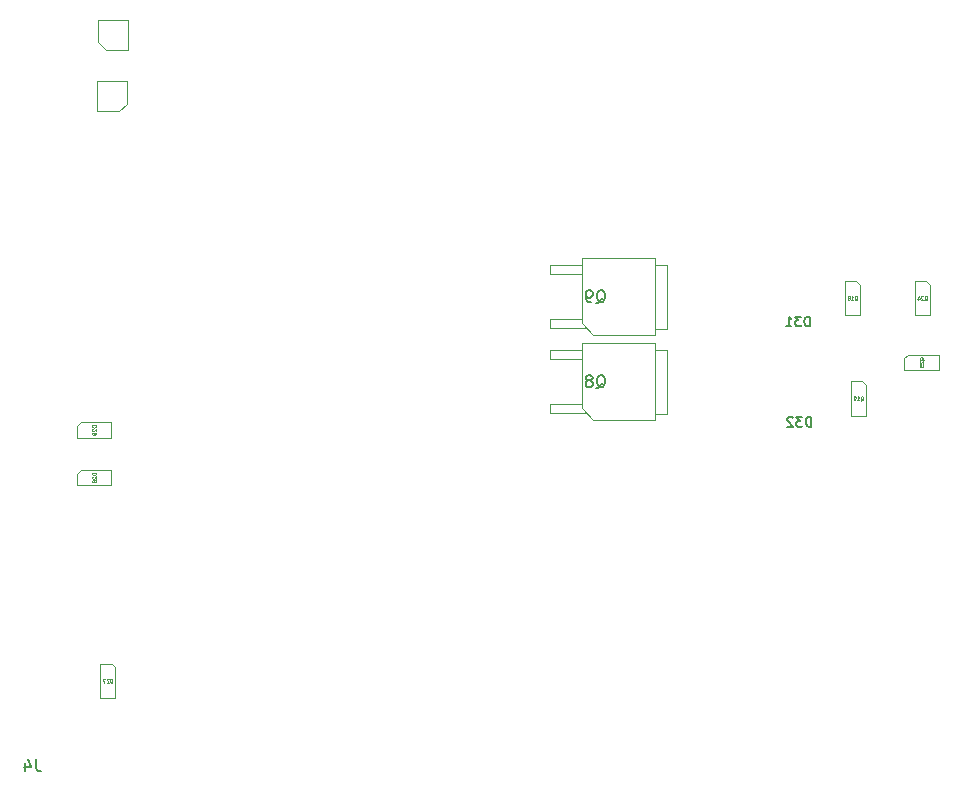
<source format=gbr>
G04 #@! TF.GenerationSoftware,KiCad,Pcbnew,7.0.1*
G04 #@! TF.CreationDate,2023-06-10T23:58:51+03:00*
G04 #@! TF.ProjectId,alphax_2ch,616c7068-6178-45f3-9263-682e6b696361,F*
G04 #@! TF.SameCoordinates,PX141f5e0PYa2cace0*
G04 #@! TF.FileFunction,AssemblyDrawing,Bot*
%FSLAX46Y46*%
G04 Gerber Fmt 4.6, Leading zero omitted, Abs format (unit mm)*
G04 Created by KiCad (PCBNEW 7.0.1) date 2023-06-10 23:58:51*
%MOMM*%
%LPD*%
G01*
G04 APERTURE LIST*
%ADD10C,0.170000*%
%ADD11C,0.050000*%
%ADD12C,0.150000*%
%ADD13C,0.100000*%
G04 APERTURE END LIST*
D10*
G04 #@! TO.C,D32*
X68195713Y57020652D02*
X68195713Y57840652D01*
X68195713Y57840652D02*
X68000475Y57840652D01*
X68000475Y57840652D02*
X67883332Y57801604D01*
X67883332Y57801604D02*
X67805237Y57723509D01*
X67805237Y57723509D02*
X67766190Y57645414D01*
X67766190Y57645414D02*
X67727142Y57489223D01*
X67727142Y57489223D02*
X67727142Y57372080D01*
X67727142Y57372080D02*
X67766190Y57215890D01*
X67766190Y57215890D02*
X67805237Y57137795D01*
X67805237Y57137795D02*
X67883332Y57059699D01*
X67883332Y57059699D02*
X68000475Y57020652D01*
X68000475Y57020652D02*
X68195713Y57020652D01*
X67453809Y57840652D02*
X66946190Y57840652D01*
X66946190Y57840652D02*
X67219523Y57528271D01*
X67219523Y57528271D02*
X67102380Y57528271D01*
X67102380Y57528271D02*
X67024285Y57489223D01*
X67024285Y57489223D02*
X66985237Y57450176D01*
X66985237Y57450176D02*
X66946190Y57372080D01*
X66946190Y57372080D02*
X66946190Y57176842D01*
X66946190Y57176842D02*
X66985237Y57098747D01*
X66985237Y57098747D02*
X67024285Y57059699D01*
X67024285Y57059699D02*
X67102380Y57020652D01*
X67102380Y57020652D02*
X67336666Y57020652D01*
X67336666Y57020652D02*
X67414761Y57059699D01*
X67414761Y57059699D02*
X67453809Y57098747D01*
X66633809Y57762557D02*
X66594761Y57801604D01*
X66594761Y57801604D02*
X66516666Y57840652D01*
X66516666Y57840652D02*
X66321428Y57840652D01*
X66321428Y57840652D02*
X66243333Y57801604D01*
X66243333Y57801604D02*
X66204285Y57762557D01*
X66204285Y57762557D02*
X66165238Y57684461D01*
X66165238Y57684461D02*
X66165238Y57606366D01*
X66165238Y57606366D02*
X66204285Y57489223D01*
X66204285Y57489223D02*
X66672857Y57020652D01*
X66672857Y57020652D02*
X66165238Y57020652D01*
D11*
G04 #@! TO.C,D28*
X7648038Y53088572D02*
X7328038Y53088572D01*
X7328038Y53088572D02*
X7328038Y53012382D01*
X7328038Y53012382D02*
X7343276Y52966667D01*
X7343276Y52966667D02*
X7373752Y52936191D01*
X7373752Y52936191D02*
X7404228Y52920953D01*
X7404228Y52920953D02*
X7465180Y52905715D01*
X7465180Y52905715D02*
X7510895Y52905715D01*
X7510895Y52905715D02*
X7571847Y52920953D01*
X7571847Y52920953D02*
X7602323Y52936191D01*
X7602323Y52936191D02*
X7632800Y52966667D01*
X7632800Y52966667D02*
X7648038Y53012382D01*
X7648038Y53012382D02*
X7648038Y53088572D01*
X7358514Y52783810D02*
X7343276Y52768572D01*
X7343276Y52768572D02*
X7328038Y52738096D01*
X7328038Y52738096D02*
X7328038Y52661905D01*
X7328038Y52661905D02*
X7343276Y52631429D01*
X7343276Y52631429D02*
X7358514Y52616191D01*
X7358514Y52616191D02*
X7388990Y52600953D01*
X7388990Y52600953D02*
X7419466Y52600953D01*
X7419466Y52600953D02*
X7465180Y52616191D01*
X7465180Y52616191D02*
X7648038Y52799048D01*
X7648038Y52799048D02*
X7648038Y52600953D01*
X7465180Y52418096D02*
X7449942Y52448572D01*
X7449942Y52448572D02*
X7434704Y52463810D01*
X7434704Y52463810D02*
X7404228Y52479048D01*
X7404228Y52479048D02*
X7388990Y52479048D01*
X7388990Y52479048D02*
X7358514Y52463810D01*
X7358514Y52463810D02*
X7343276Y52448572D01*
X7343276Y52448572D02*
X7328038Y52418096D01*
X7328038Y52418096D02*
X7328038Y52357143D01*
X7328038Y52357143D02*
X7343276Y52326667D01*
X7343276Y52326667D02*
X7358514Y52311429D01*
X7358514Y52311429D02*
X7388990Y52296191D01*
X7388990Y52296191D02*
X7404228Y52296191D01*
X7404228Y52296191D02*
X7434704Y52311429D01*
X7434704Y52311429D02*
X7449942Y52326667D01*
X7449942Y52326667D02*
X7465180Y52357143D01*
X7465180Y52357143D02*
X7465180Y52418096D01*
X7465180Y52418096D02*
X7480419Y52448572D01*
X7480419Y52448572D02*
X7495657Y52463810D01*
X7495657Y52463810D02*
X7526133Y52479048D01*
X7526133Y52479048D02*
X7587085Y52479048D01*
X7587085Y52479048D02*
X7617561Y52463810D01*
X7617561Y52463810D02*
X7632800Y52448572D01*
X7632800Y52448572D02*
X7648038Y52418096D01*
X7648038Y52418096D02*
X7648038Y52357143D01*
X7648038Y52357143D02*
X7632800Y52326667D01*
X7632800Y52326667D02*
X7617561Y52311429D01*
X7617561Y52311429D02*
X7587085Y52296191D01*
X7587085Y52296191D02*
X7526133Y52296191D01*
X7526133Y52296191D02*
X7495657Y52311429D01*
X7495657Y52311429D02*
X7480419Y52326667D01*
X7480419Y52326667D02*
X7465180Y52357143D01*
D12*
G04 #@! TO.C,Q8*
X50020238Y60267143D02*
X50115476Y60314762D01*
X50115476Y60314762D02*
X50210714Y60410000D01*
X50210714Y60410000D02*
X50353571Y60552858D01*
X50353571Y60552858D02*
X50448809Y60600477D01*
X50448809Y60600477D02*
X50544047Y60600477D01*
X50496428Y60362381D02*
X50591666Y60410000D01*
X50591666Y60410000D02*
X50686904Y60505239D01*
X50686904Y60505239D02*
X50734523Y60695715D01*
X50734523Y60695715D02*
X50734523Y61029048D01*
X50734523Y61029048D02*
X50686904Y61219524D01*
X50686904Y61219524D02*
X50591666Y61314762D01*
X50591666Y61314762D02*
X50496428Y61362381D01*
X50496428Y61362381D02*
X50305952Y61362381D01*
X50305952Y61362381D02*
X50210714Y61314762D01*
X50210714Y61314762D02*
X50115476Y61219524D01*
X50115476Y61219524D02*
X50067857Y61029048D01*
X50067857Y61029048D02*
X50067857Y60695715D01*
X50067857Y60695715D02*
X50115476Y60505239D01*
X50115476Y60505239D02*
X50210714Y60410000D01*
X50210714Y60410000D02*
X50305952Y60362381D01*
X50305952Y60362381D02*
X50496428Y60362381D01*
X49496428Y60933810D02*
X49591666Y60981429D01*
X49591666Y60981429D02*
X49639285Y61029048D01*
X49639285Y61029048D02*
X49686904Y61124286D01*
X49686904Y61124286D02*
X49686904Y61171905D01*
X49686904Y61171905D02*
X49639285Y61267143D01*
X49639285Y61267143D02*
X49591666Y61314762D01*
X49591666Y61314762D02*
X49496428Y61362381D01*
X49496428Y61362381D02*
X49305952Y61362381D01*
X49305952Y61362381D02*
X49210714Y61314762D01*
X49210714Y61314762D02*
X49163095Y61267143D01*
X49163095Y61267143D02*
X49115476Y61171905D01*
X49115476Y61171905D02*
X49115476Y61124286D01*
X49115476Y61124286D02*
X49163095Y61029048D01*
X49163095Y61029048D02*
X49210714Y60981429D01*
X49210714Y60981429D02*
X49305952Y60933810D01*
X49305952Y60933810D02*
X49496428Y60933810D01*
X49496428Y60933810D02*
X49591666Y60886191D01*
X49591666Y60886191D02*
X49639285Y60838572D01*
X49639285Y60838572D02*
X49686904Y60743334D01*
X49686904Y60743334D02*
X49686904Y60552858D01*
X49686904Y60552858D02*
X49639285Y60457620D01*
X49639285Y60457620D02*
X49591666Y60410000D01*
X49591666Y60410000D02*
X49496428Y60362381D01*
X49496428Y60362381D02*
X49305952Y60362381D01*
X49305952Y60362381D02*
X49210714Y60410000D01*
X49210714Y60410000D02*
X49163095Y60457620D01*
X49163095Y60457620D02*
X49115476Y60552858D01*
X49115476Y60552858D02*
X49115476Y60743334D01*
X49115476Y60743334D02*
X49163095Y60838572D01*
X49163095Y60838572D02*
X49210714Y60886191D01*
X49210714Y60886191D02*
X49305952Y60933810D01*
D11*
G04 #@! TO.C,Q19*
X72382857Y59221486D02*
X72413333Y59236724D01*
X72413333Y59236724D02*
X72443809Y59267200D01*
X72443809Y59267200D02*
X72489523Y59312915D01*
X72489523Y59312915D02*
X72520000Y59328153D01*
X72520000Y59328153D02*
X72550476Y59328153D01*
X72535238Y59251962D02*
X72565714Y59267200D01*
X72565714Y59267200D02*
X72596190Y59297677D01*
X72596190Y59297677D02*
X72611428Y59358629D01*
X72611428Y59358629D02*
X72611428Y59465296D01*
X72611428Y59465296D02*
X72596190Y59526248D01*
X72596190Y59526248D02*
X72565714Y59556724D01*
X72565714Y59556724D02*
X72535238Y59571962D01*
X72535238Y59571962D02*
X72474285Y59571962D01*
X72474285Y59571962D02*
X72443809Y59556724D01*
X72443809Y59556724D02*
X72413333Y59526248D01*
X72413333Y59526248D02*
X72398095Y59465296D01*
X72398095Y59465296D02*
X72398095Y59358629D01*
X72398095Y59358629D02*
X72413333Y59297677D01*
X72413333Y59297677D02*
X72443809Y59267200D01*
X72443809Y59267200D02*
X72474285Y59251962D01*
X72474285Y59251962D02*
X72535238Y59251962D01*
X72093333Y59251962D02*
X72276190Y59251962D01*
X72184762Y59251962D02*
X72184762Y59571962D01*
X72184762Y59571962D02*
X72215238Y59526248D01*
X72215238Y59526248D02*
X72245714Y59495772D01*
X72245714Y59495772D02*
X72276190Y59480534D01*
X71940952Y59251962D02*
X71880000Y59251962D01*
X71880000Y59251962D02*
X71849523Y59267200D01*
X71849523Y59267200D02*
X71834285Y59282439D01*
X71834285Y59282439D02*
X71803809Y59328153D01*
X71803809Y59328153D02*
X71788571Y59389105D01*
X71788571Y59389105D02*
X71788571Y59511010D01*
X71788571Y59511010D02*
X71803809Y59541486D01*
X71803809Y59541486D02*
X71819047Y59556724D01*
X71819047Y59556724D02*
X71849523Y59571962D01*
X71849523Y59571962D02*
X71910476Y59571962D01*
X71910476Y59571962D02*
X71940952Y59556724D01*
X71940952Y59556724D02*
X71956190Y59541486D01*
X71956190Y59541486D02*
X71971428Y59511010D01*
X71971428Y59511010D02*
X71971428Y59434820D01*
X71971428Y59434820D02*
X71956190Y59404343D01*
X71956190Y59404343D02*
X71940952Y59389105D01*
X71940952Y59389105D02*
X71910476Y59373867D01*
X71910476Y59373867D02*
X71849523Y59373867D01*
X71849523Y59373867D02*
X71819047Y59389105D01*
X71819047Y59389105D02*
X71803809Y59404343D01*
X71803809Y59404343D02*
X71788571Y59434820D01*
G04 #@! TO.C,Q18*
X71882857Y67721486D02*
X71913333Y67736724D01*
X71913333Y67736724D02*
X71943809Y67767200D01*
X71943809Y67767200D02*
X71989523Y67812915D01*
X71989523Y67812915D02*
X72020000Y67828153D01*
X72020000Y67828153D02*
X72050476Y67828153D01*
X72035238Y67751962D02*
X72065714Y67767200D01*
X72065714Y67767200D02*
X72096190Y67797677D01*
X72096190Y67797677D02*
X72111428Y67858629D01*
X72111428Y67858629D02*
X72111428Y67965296D01*
X72111428Y67965296D02*
X72096190Y68026248D01*
X72096190Y68026248D02*
X72065714Y68056724D01*
X72065714Y68056724D02*
X72035238Y68071962D01*
X72035238Y68071962D02*
X71974285Y68071962D01*
X71974285Y68071962D02*
X71943809Y68056724D01*
X71943809Y68056724D02*
X71913333Y68026248D01*
X71913333Y68026248D02*
X71898095Y67965296D01*
X71898095Y67965296D02*
X71898095Y67858629D01*
X71898095Y67858629D02*
X71913333Y67797677D01*
X71913333Y67797677D02*
X71943809Y67767200D01*
X71943809Y67767200D02*
X71974285Y67751962D01*
X71974285Y67751962D02*
X72035238Y67751962D01*
X71593333Y67751962D02*
X71776190Y67751962D01*
X71684762Y67751962D02*
X71684762Y68071962D01*
X71684762Y68071962D02*
X71715238Y68026248D01*
X71715238Y68026248D02*
X71745714Y67995772D01*
X71745714Y67995772D02*
X71776190Y67980534D01*
X71410476Y67934820D02*
X71440952Y67950058D01*
X71440952Y67950058D02*
X71456190Y67965296D01*
X71456190Y67965296D02*
X71471428Y67995772D01*
X71471428Y67995772D02*
X71471428Y68011010D01*
X71471428Y68011010D02*
X71456190Y68041486D01*
X71456190Y68041486D02*
X71440952Y68056724D01*
X71440952Y68056724D02*
X71410476Y68071962D01*
X71410476Y68071962D02*
X71349523Y68071962D01*
X71349523Y68071962D02*
X71319047Y68056724D01*
X71319047Y68056724D02*
X71303809Y68041486D01*
X71303809Y68041486D02*
X71288571Y68011010D01*
X71288571Y68011010D02*
X71288571Y67995772D01*
X71288571Y67995772D02*
X71303809Y67965296D01*
X71303809Y67965296D02*
X71319047Y67950058D01*
X71319047Y67950058D02*
X71349523Y67934820D01*
X71349523Y67934820D02*
X71410476Y67934820D01*
X71410476Y67934820D02*
X71440952Y67919581D01*
X71440952Y67919581D02*
X71456190Y67904343D01*
X71456190Y67904343D02*
X71471428Y67873867D01*
X71471428Y67873867D02*
X71471428Y67812915D01*
X71471428Y67812915D02*
X71456190Y67782439D01*
X71456190Y67782439D02*
X71440952Y67767200D01*
X71440952Y67767200D02*
X71410476Y67751962D01*
X71410476Y67751962D02*
X71349523Y67751962D01*
X71349523Y67751962D02*
X71319047Y67767200D01*
X71319047Y67767200D02*
X71303809Y67782439D01*
X71303809Y67782439D02*
X71288571Y67812915D01*
X71288571Y67812915D02*
X71288571Y67873867D01*
X71288571Y67873867D02*
X71303809Y67904343D01*
X71303809Y67904343D02*
X71319047Y67919581D01*
X71319047Y67919581D02*
X71349523Y67934820D01*
G04 #@! TO.C,D29*
X7648038Y57126072D02*
X7328038Y57126072D01*
X7328038Y57126072D02*
X7328038Y57049882D01*
X7328038Y57049882D02*
X7343276Y57004167D01*
X7343276Y57004167D02*
X7373752Y56973691D01*
X7373752Y56973691D02*
X7404228Y56958453D01*
X7404228Y56958453D02*
X7465180Y56943215D01*
X7465180Y56943215D02*
X7510895Y56943215D01*
X7510895Y56943215D02*
X7571847Y56958453D01*
X7571847Y56958453D02*
X7602323Y56973691D01*
X7602323Y56973691D02*
X7632800Y57004167D01*
X7632800Y57004167D02*
X7648038Y57049882D01*
X7648038Y57049882D02*
X7648038Y57126072D01*
X7358514Y56821310D02*
X7343276Y56806072D01*
X7343276Y56806072D02*
X7328038Y56775596D01*
X7328038Y56775596D02*
X7328038Y56699405D01*
X7328038Y56699405D02*
X7343276Y56668929D01*
X7343276Y56668929D02*
X7358514Y56653691D01*
X7358514Y56653691D02*
X7388990Y56638453D01*
X7388990Y56638453D02*
X7419466Y56638453D01*
X7419466Y56638453D02*
X7465180Y56653691D01*
X7465180Y56653691D02*
X7648038Y56836548D01*
X7648038Y56836548D02*
X7648038Y56638453D01*
X7648038Y56486072D02*
X7648038Y56425120D01*
X7648038Y56425120D02*
X7632800Y56394643D01*
X7632800Y56394643D02*
X7617561Y56379405D01*
X7617561Y56379405D02*
X7571847Y56348929D01*
X7571847Y56348929D02*
X7510895Y56333691D01*
X7510895Y56333691D02*
X7388990Y56333691D01*
X7388990Y56333691D02*
X7358514Y56348929D01*
X7358514Y56348929D02*
X7343276Y56364167D01*
X7343276Y56364167D02*
X7328038Y56394643D01*
X7328038Y56394643D02*
X7328038Y56455596D01*
X7328038Y56455596D02*
X7343276Y56486072D01*
X7343276Y56486072D02*
X7358514Y56501310D01*
X7358514Y56501310D02*
X7388990Y56516548D01*
X7388990Y56516548D02*
X7465180Y56516548D01*
X7465180Y56516548D02*
X7495657Y56501310D01*
X7495657Y56501310D02*
X7510895Y56486072D01*
X7510895Y56486072D02*
X7526133Y56455596D01*
X7526133Y56455596D02*
X7526133Y56394643D01*
X7526133Y56394643D02*
X7510895Y56364167D01*
X7510895Y56364167D02*
X7495657Y56348929D01*
X7495657Y56348929D02*
X7465180Y56333691D01*
G04 #@! TO.C,Q25*
X77728514Y62645358D02*
X77713276Y62675834D01*
X77713276Y62675834D02*
X77682800Y62706310D01*
X77682800Y62706310D02*
X77637085Y62752024D01*
X77637085Y62752024D02*
X77621847Y62782501D01*
X77621847Y62782501D02*
X77621847Y62812977D01*
X77698038Y62797739D02*
X77682800Y62828215D01*
X77682800Y62828215D02*
X77652323Y62858691D01*
X77652323Y62858691D02*
X77591371Y62873929D01*
X77591371Y62873929D02*
X77484704Y62873929D01*
X77484704Y62873929D02*
X77423752Y62858691D01*
X77423752Y62858691D02*
X77393276Y62828215D01*
X77393276Y62828215D02*
X77378038Y62797739D01*
X77378038Y62797739D02*
X77378038Y62736786D01*
X77378038Y62736786D02*
X77393276Y62706310D01*
X77393276Y62706310D02*
X77423752Y62675834D01*
X77423752Y62675834D02*
X77484704Y62660596D01*
X77484704Y62660596D02*
X77591371Y62660596D01*
X77591371Y62660596D02*
X77652323Y62675834D01*
X77652323Y62675834D02*
X77682800Y62706310D01*
X77682800Y62706310D02*
X77698038Y62736786D01*
X77698038Y62736786D02*
X77698038Y62797739D01*
X77408514Y62538691D02*
X77393276Y62523453D01*
X77393276Y62523453D02*
X77378038Y62492977D01*
X77378038Y62492977D02*
X77378038Y62416786D01*
X77378038Y62416786D02*
X77393276Y62386310D01*
X77393276Y62386310D02*
X77408514Y62371072D01*
X77408514Y62371072D02*
X77438990Y62355834D01*
X77438990Y62355834D02*
X77469466Y62355834D01*
X77469466Y62355834D02*
X77515180Y62371072D01*
X77515180Y62371072D02*
X77698038Y62553929D01*
X77698038Y62553929D02*
X77698038Y62355834D01*
X77378038Y62066310D02*
X77378038Y62218691D01*
X77378038Y62218691D02*
X77530419Y62233929D01*
X77530419Y62233929D02*
X77515180Y62218691D01*
X77515180Y62218691D02*
X77499942Y62188215D01*
X77499942Y62188215D02*
X77499942Y62112024D01*
X77499942Y62112024D02*
X77515180Y62081548D01*
X77515180Y62081548D02*
X77530419Y62066310D01*
X77530419Y62066310D02*
X77560895Y62051072D01*
X77560895Y62051072D02*
X77637085Y62051072D01*
X77637085Y62051072D02*
X77667561Y62066310D01*
X77667561Y62066310D02*
X77682800Y62081548D01*
X77682800Y62081548D02*
X77698038Y62112024D01*
X77698038Y62112024D02*
X77698038Y62188215D01*
X77698038Y62188215D02*
X77682800Y62218691D01*
X77682800Y62218691D02*
X77667561Y62233929D01*
G04 #@! TO.C,D27*
X9026071Y35351962D02*
X9026071Y35671962D01*
X9026071Y35671962D02*
X8949881Y35671962D01*
X8949881Y35671962D02*
X8904166Y35656724D01*
X8904166Y35656724D02*
X8873690Y35626248D01*
X8873690Y35626248D02*
X8858452Y35595772D01*
X8858452Y35595772D02*
X8843214Y35534820D01*
X8843214Y35534820D02*
X8843214Y35489105D01*
X8843214Y35489105D02*
X8858452Y35428153D01*
X8858452Y35428153D02*
X8873690Y35397677D01*
X8873690Y35397677D02*
X8904166Y35367200D01*
X8904166Y35367200D02*
X8949881Y35351962D01*
X8949881Y35351962D02*
X9026071Y35351962D01*
X8721309Y35641486D02*
X8706071Y35656724D01*
X8706071Y35656724D02*
X8675595Y35671962D01*
X8675595Y35671962D02*
X8599404Y35671962D01*
X8599404Y35671962D02*
X8568928Y35656724D01*
X8568928Y35656724D02*
X8553690Y35641486D01*
X8553690Y35641486D02*
X8538452Y35611010D01*
X8538452Y35611010D02*
X8538452Y35580534D01*
X8538452Y35580534D02*
X8553690Y35534820D01*
X8553690Y35534820D02*
X8736547Y35351962D01*
X8736547Y35351962D02*
X8538452Y35351962D01*
X8431785Y35671962D02*
X8218452Y35671962D01*
X8218452Y35671962D02*
X8355595Y35351962D01*
D10*
G04 #@! TO.C,D31*
X68095713Y65520652D02*
X68095713Y66340652D01*
X68095713Y66340652D02*
X67900475Y66340652D01*
X67900475Y66340652D02*
X67783332Y66301604D01*
X67783332Y66301604D02*
X67705237Y66223509D01*
X67705237Y66223509D02*
X67666190Y66145414D01*
X67666190Y66145414D02*
X67627142Y65989223D01*
X67627142Y65989223D02*
X67627142Y65872080D01*
X67627142Y65872080D02*
X67666190Y65715890D01*
X67666190Y65715890D02*
X67705237Y65637795D01*
X67705237Y65637795D02*
X67783332Y65559699D01*
X67783332Y65559699D02*
X67900475Y65520652D01*
X67900475Y65520652D02*
X68095713Y65520652D01*
X67353809Y66340652D02*
X66846190Y66340652D01*
X66846190Y66340652D02*
X67119523Y66028271D01*
X67119523Y66028271D02*
X67002380Y66028271D01*
X67002380Y66028271D02*
X66924285Y65989223D01*
X66924285Y65989223D02*
X66885237Y65950176D01*
X66885237Y65950176D02*
X66846190Y65872080D01*
X66846190Y65872080D02*
X66846190Y65676842D01*
X66846190Y65676842D02*
X66885237Y65598747D01*
X66885237Y65598747D02*
X66924285Y65559699D01*
X66924285Y65559699D02*
X67002380Y65520652D01*
X67002380Y65520652D02*
X67236666Y65520652D01*
X67236666Y65520652D02*
X67314761Y65559699D01*
X67314761Y65559699D02*
X67353809Y65598747D01*
X66065238Y65520652D02*
X66533809Y65520652D01*
X66299523Y65520652D02*
X66299523Y66340652D01*
X66299523Y66340652D02*
X66377619Y66223509D01*
X66377619Y66223509D02*
X66455714Y66145414D01*
X66455714Y66145414D02*
X66533809Y66106366D01*
D12*
G04 #@! TO.C,J4*
X2583333Y28837381D02*
X2583333Y28123096D01*
X2583333Y28123096D02*
X2630952Y27980239D01*
X2630952Y27980239D02*
X2726190Y27885000D01*
X2726190Y27885000D02*
X2869047Y27837381D01*
X2869047Y27837381D02*
X2964285Y27837381D01*
X1678571Y28504048D02*
X1678571Y27837381D01*
X1916666Y28885000D02*
X2154761Y28170715D01*
X2154761Y28170715D02*
X1535714Y28170715D01*
D11*
G04 #@! TO.C,Q24*
X77782857Y67721486D02*
X77813333Y67736724D01*
X77813333Y67736724D02*
X77843809Y67767200D01*
X77843809Y67767200D02*
X77889523Y67812915D01*
X77889523Y67812915D02*
X77920000Y67828153D01*
X77920000Y67828153D02*
X77950476Y67828153D01*
X77935238Y67751962D02*
X77965714Y67767200D01*
X77965714Y67767200D02*
X77996190Y67797677D01*
X77996190Y67797677D02*
X78011428Y67858629D01*
X78011428Y67858629D02*
X78011428Y67965296D01*
X78011428Y67965296D02*
X77996190Y68026248D01*
X77996190Y68026248D02*
X77965714Y68056724D01*
X77965714Y68056724D02*
X77935238Y68071962D01*
X77935238Y68071962D02*
X77874285Y68071962D01*
X77874285Y68071962D02*
X77843809Y68056724D01*
X77843809Y68056724D02*
X77813333Y68026248D01*
X77813333Y68026248D02*
X77798095Y67965296D01*
X77798095Y67965296D02*
X77798095Y67858629D01*
X77798095Y67858629D02*
X77813333Y67797677D01*
X77813333Y67797677D02*
X77843809Y67767200D01*
X77843809Y67767200D02*
X77874285Y67751962D01*
X77874285Y67751962D02*
X77935238Y67751962D01*
X77676190Y68041486D02*
X77660952Y68056724D01*
X77660952Y68056724D02*
X77630476Y68071962D01*
X77630476Y68071962D02*
X77554285Y68071962D01*
X77554285Y68071962D02*
X77523809Y68056724D01*
X77523809Y68056724D02*
X77508571Y68041486D01*
X77508571Y68041486D02*
X77493333Y68011010D01*
X77493333Y68011010D02*
X77493333Y67980534D01*
X77493333Y67980534D02*
X77508571Y67934820D01*
X77508571Y67934820D02*
X77691428Y67751962D01*
X77691428Y67751962D02*
X77493333Y67751962D01*
X77219047Y67965296D02*
X77219047Y67751962D01*
X77295238Y68087200D02*
X77371428Y67858629D01*
X77371428Y67858629D02*
X77173333Y67858629D01*
D12*
G04 #@! TO.C,Q9*
X50020238Y67467143D02*
X50115476Y67514762D01*
X50115476Y67514762D02*
X50210714Y67610000D01*
X50210714Y67610000D02*
X50353571Y67752858D01*
X50353571Y67752858D02*
X50448809Y67800477D01*
X50448809Y67800477D02*
X50544047Y67800477D01*
X50496428Y67562381D02*
X50591666Y67610000D01*
X50591666Y67610000D02*
X50686904Y67705239D01*
X50686904Y67705239D02*
X50734523Y67895715D01*
X50734523Y67895715D02*
X50734523Y68229048D01*
X50734523Y68229048D02*
X50686904Y68419524D01*
X50686904Y68419524D02*
X50591666Y68514762D01*
X50591666Y68514762D02*
X50496428Y68562381D01*
X50496428Y68562381D02*
X50305952Y68562381D01*
X50305952Y68562381D02*
X50210714Y68514762D01*
X50210714Y68514762D02*
X50115476Y68419524D01*
X50115476Y68419524D02*
X50067857Y68229048D01*
X50067857Y68229048D02*
X50067857Y67895715D01*
X50067857Y67895715D02*
X50115476Y67705239D01*
X50115476Y67705239D02*
X50210714Y67610000D01*
X50210714Y67610000D02*
X50305952Y67562381D01*
X50305952Y67562381D02*
X50496428Y67562381D01*
X49591666Y67562381D02*
X49401190Y67562381D01*
X49401190Y67562381D02*
X49305952Y67610000D01*
X49305952Y67610000D02*
X49258333Y67657620D01*
X49258333Y67657620D02*
X49163095Y67800477D01*
X49163095Y67800477D02*
X49115476Y67990953D01*
X49115476Y67990953D02*
X49115476Y68371905D01*
X49115476Y68371905D02*
X49163095Y68467143D01*
X49163095Y68467143D02*
X49210714Y68514762D01*
X49210714Y68514762D02*
X49305952Y68562381D01*
X49305952Y68562381D02*
X49496428Y68562381D01*
X49496428Y68562381D02*
X49591666Y68514762D01*
X49591666Y68514762D02*
X49639285Y68467143D01*
X49639285Y68467143D02*
X49686904Y68371905D01*
X49686904Y68371905D02*
X49686904Y68133810D01*
X49686904Y68133810D02*
X49639285Y68038572D01*
X49639285Y68038572D02*
X49591666Y67990953D01*
X49591666Y67990953D02*
X49496428Y67943334D01*
X49496428Y67943334D02*
X49305952Y67943334D01*
X49305952Y67943334D02*
X49210714Y67990953D01*
X49210714Y67990953D02*
X49163095Y68038572D01*
X49163095Y68038572D02*
X49115476Y68133810D01*
D13*
G04 #@! TO.C,J8*
X7730000Y83730000D02*
X9635000Y83730000D01*
X9635000Y83730000D02*
X10270000Y84365000D01*
X10270000Y84365000D02*
X10270000Y86270000D01*
X7730000Y86270000D02*
X7730000Y83730000D01*
X10270000Y86270000D02*
X7730000Y86270000D01*
G04 #@! TO.C,D28*
X8950000Y53350000D02*
X6375000Y53350000D01*
X6375000Y53350000D02*
X6050000Y53025000D01*
X6050000Y53025000D02*
X6050000Y52050000D01*
X8950000Y52050000D02*
X8950000Y53350000D01*
X6050000Y52050000D02*
X8950000Y52050000D01*
G04 #@! TO.C,Q8*
X46055000Y63480000D02*
X48755000Y63480000D01*
X46055000Y62730000D02*
X46055000Y63480000D01*
X46055000Y58920000D02*
X48755000Y58920000D01*
X46055000Y58170000D02*
X46055000Y58920000D01*
X48755000Y64075000D02*
X48755000Y58575000D01*
X48755000Y62730000D02*
X46055000Y62730000D01*
X48755000Y58575000D02*
X49755000Y57575000D01*
X49160000Y58170000D02*
X46055000Y58170000D01*
X49755000Y57575000D02*
X54975000Y57575000D01*
X54975000Y64075000D02*
X48755000Y64075000D01*
X54975000Y58125000D02*
X55975000Y58125000D01*
X54975000Y57575000D02*
X54975000Y64075000D01*
X55975000Y63525000D02*
X54975000Y63525000D01*
X55975000Y58125000D02*
X55975000Y63525000D01*
G04 #@! TO.C,Q19*
X72850000Y57950000D02*
X72850000Y60525000D01*
X72850000Y60525000D02*
X72525000Y60850000D01*
X72525000Y60850000D02*
X71550000Y60850000D01*
X71550000Y57950000D02*
X72850000Y57950000D01*
X71550000Y60850000D02*
X71550000Y57950000D01*
G04 #@! TO.C,Q18*
X72350000Y66450000D02*
X72350000Y69025000D01*
X72350000Y69025000D02*
X72025000Y69350000D01*
X72025000Y69350000D02*
X71050000Y69350000D01*
X71050000Y66450000D02*
X72350000Y66450000D01*
X71050000Y69350000D02*
X71050000Y66450000D01*
G04 #@! TO.C,D29*
X8950000Y57387500D02*
X6375000Y57387500D01*
X6375000Y57387500D02*
X6050000Y57062500D01*
X6050000Y57062500D02*
X6050000Y56087500D01*
X8950000Y56087500D02*
X8950000Y57387500D01*
X6050000Y56087500D02*
X8950000Y56087500D01*
G04 #@! TO.C,J7*
X7830000Y91470000D02*
X7830000Y89565000D01*
X7830000Y89565000D02*
X8465000Y88930000D01*
X8465000Y88930000D02*
X10370000Y88930000D01*
X10370000Y91470000D02*
X7830000Y91470000D01*
X10370000Y88930000D02*
X10370000Y91470000D01*
G04 #@! TO.C,Q25*
X79000000Y63112500D02*
X76425000Y63112500D01*
X76425000Y63112500D02*
X76100000Y62787500D01*
X76100000Y62787500D02*
X76100000Y61812500D01*
X79000000Y61812500D02*
X79000000Y63112500D01*
X76100000Y61812500D02*
X79000000Y61812500D01*
G04 #@! TO.C,D27*
X9287500Y34050000D02*
X9287500Y36625000D01*
X9287500Y36625000D02*
X8962500Y36950000D01*
X8962500Y36950000D02*
X7987500Y36950000D01*
X7987500Y34050000D02*
X9287500Y34050000D01*
X7987500Y36950000D02*
X7987500Y34050000D01*
G04 #@! TO.C,Q24*
X78250000Y66450000D02*
X78250000Y69025000D01*
X78250000Y69025000D02*
X77925000Y69350000D01*
X77925000Y69350000D02*
X76950000Y69350000D01*
X76950000Y66450000D02*
X78250000Y66450000D01*
X76950000Y69350000D02*
X76950000Y66450000D01*
G04 #@! TO.C,Q9*
X46055000Y70680000D02*
X48755000Y70680000D01*
X46055000Y69930000D02*
X46055000Y70680000D01*
X46055000Y66120000D02*
X48755000Y66120000D01*
X46055000Y65370000D02*
X46055000Y66120000D01*
X48755000Y71275000D02*
X48755000Y65775000D01*
X48755000Y69930000D02*
X46055000Y69930000D01*
X48755000Y65775000D02*
X49755000Y64775000D01*
X49160000Y65370000D02*
X46055000Y65370000D01*
X49755000Y64775000D02*
X54975000Y64775000D01*
X54975000Y71275000D02*
X48755000Y71275000D01*
X54975000Y65325000D02*
X55975000Y65325000D01*
X54975000Y64775000D02*
X54975000Y71275000D01*
X55975000Y70725000D02*
X54975000Y70725000D01*
X55975000Y65325000D02*
X55975000Y70725000D01*
G04 #@! TD*
M02*

</source>
